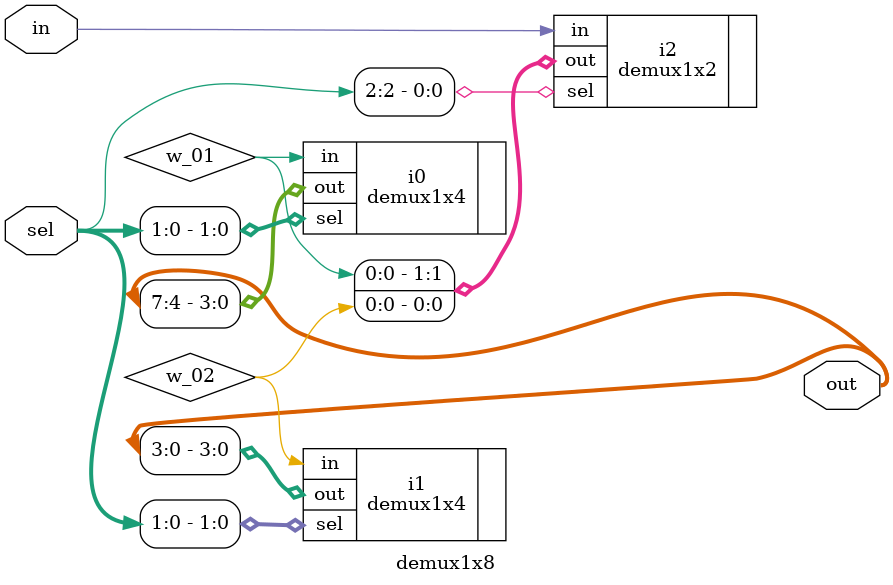
<source format=v>
module demux1x8 (
    input in,
    input [2:0] sel,
    output [7:0] out
);

    wire w_01, w_02;

    demux1x2 i2 (.in(in), .sel(sel[2]), .out({w_01, w_02}));

    demux1x4 i0 (.in(w_01), .sel(sel[1:0]), .out(out[7:4]));
    demux1x4 i1 (.in(w_02), .sel(sel[1:0]), .out(out[3:0]));
endmodule
</source>
